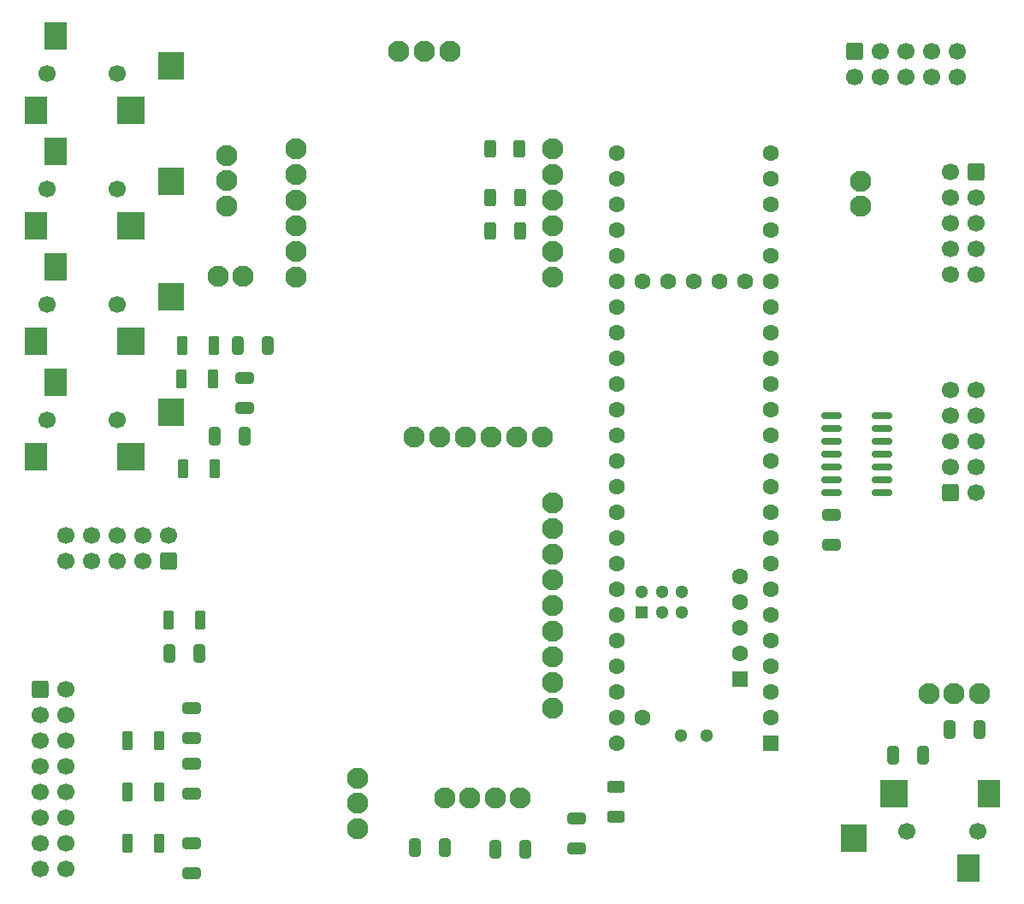
<source format=gbr>
G04 #@! TF.GenerationSoftware,KiCad,Pcbnew,8.0.4*
G04 #@! TF.CreationDate,2024-09-01T18:39:43-04:00*
G04 #@! TF.ProjectId,t41_2_main_board,7434315f-325f-46d6-9169-6e5f626f6172,1.0*
G04 #@! TF.SameCoordinates,Original*
G04 #@! TF.FileFunction,Soldermask,Top*
G04 #@! TF.FilePolarity,Negative*
%FSLAX46Y46*%
G04 Gerber Fmt 4.6, Leading zero omitted, Abs format (unit mm)*
G04 Created by KiCad (PCBNEW 8.0.4) date 2024-09-01 18:39:43*
%MOMM*%
%LPD*%
G01*
G04 APERTURE LIST*
G04 Aperture macros list*
%AMRoundRect*
0 Rectangle with rounded corners*
0 $1 Rounding radius*
0 $2 $3 $4 $5 $6 $7 $8 $9 X,Y pos of 4 corners*
0 Add a 4 corners polygon primitive as box body*
4,1,4,$2,$3,$4,$5,$6,$7,$8,$9,$2,$3,0*
0 Add four circle primitives for the rounded corners*
1,1,$1+$1,$2,$3*
1,1,$1+$1,$4,$5*
1,1,$1+$1,$6,$7*
1,1,$1+$1,$8,$9*
0 Add four rect primitives between the rounded corners*
20,1,$1+$1,$2,$3,$4,$5,0*
20,1,$1+$1,$4,$5,$6,$7,0*
20,1,$1+$1,$6,$7,$8,$9,0*
20,1,$1+$1,$8,$9,$2,$3,0*%
G04 Aperture macros list end*
%ADD10RoundRect,0.250000X-0.625000X0.312500X-0.625000X-0.312500X0.625000X-0.312500X0.625000X0.312500X0*%
%ADD11C,2.100000*%
%ADD12RoundRect,0.250000X-0.650000X0.325000X-0.650000X-0.325000X0.650000X-0.325000X0.650000X0.325000X0*%
%ADD13RoundRect,0.250000X0.275000X0.700000X-0.275000X0.700000X-0.275000X-0.700000X0.275000X-0.700000X0*%
%ADD14RoundRect,0.250000X0.312500X0.625000X-0.312500X0.625000X-0.312500X-0.625000X0.312500X-0.625000X0*%
%ADD15RoundRect,0.250000X-0.325000X-0.650000X0.325000X-0.650000X0.325000X0.650000X-0.325000X0.650000X0*%
%ADD16RoundRect,0.250000X0.325000X0.650000X-0.325000X0.650000X-0.325000X-0.650000X0.325000X-0.650000X0*%
%ADD17RoundRect,0.250000X-0.275000X-0.700000X0.275000X-0.700000X0.275000X0.700000X-0.275000X0.700000X0*%
%ADD18C,1.700000*%
%ADD19R,2.200000X2.800000*%
%ADD20R,2.800000X2.800000*%
%ADD21R,2.600000X2.800000*%
%ADD22RoundRect,0.150000X0.825000X0.150000X-0.825000X0.150000X-0.825000X-0.150000X0.825000X-0.150000X0*%
%ADD23RoundRect,0.250000X0.650000X-0.325000X0.650000X0.325000X-0.650000X0.325000X-0.650000X-0.325000X0*%
%ADD24RoundRect,0.250000X-0.600000X-0.600000X0.600000X-0.600000X0.600000X0.600000X-0.600000X0.600000X0*%
%ADD25R,1.600000X1.600000*%
%ADD26C,1.600000*%
%ADD27R,1.300000X1.300000*%
%ADD28C,1.300000*%
%ADD29RoundRect,0.250000X-0.600000X0.600000X-0.600000X-0.600000X0.600000X-0.600000X0.600000X0.600000X0*%
%ADD30RoundRect,0.250000X0.600000X0.600000X-0.600000X0.600000X-0.600000X-0.600000X0.600000X-0.600000X0*%
%ADD31RoundRect,0.250000X0.600000X-0.600000X0.600000X0.600000X-0.600000X0.600000X-0.600000X-0.600000X0*%
G04 APERTURE END LIST*
D10*
X156997600Y-130492800D03*
X156997600Y-133417800D03*
D11*
X131399400Y-134618400D03*
X131399400Y-132118400D03*
X131399400Y-129618400D03*
D12*
X153086000Y-133588000D03*
X153086000Y-136538000D03*
D13*
X117196000Y-86754000D03*
X114046000Y-86754000D03*
D14*
X147421800Y-67323000D03*
X144496800Y-67323000D03*
D15*
X112749000Y-117234000D03*
X115699000Y-117234000D03*
D16*
X122508000Y-86754000D03*
X119558000Y-86754000D03*
D17*
X108636000Y-136030000D03*
X111786000Y-136030000D03*
D16*
X187366900Y-127343200D03*
X184416900Y-127343200D03*
D17*
X114122000Y-98946000D03*
X117272000Y-98946000D03*
D18*
X100611400Y-71251400D03*
X107611400Y-71251400D03*
D19*
X99511400Y-74951400D03*
D20*
X108911400Y-74951400D03*
D19*
X101511400Y-67551400D03*
D21*
X112911400Y-70501400D03*
D12*
X114986000Y-136030000D03*
X114986000Y-138980000D03*
D13*
X115850000Y-113932000D03*
X112700000Y-113932000D03*
D22*
X183272400Y-101308200D03*
X183272400Y-100038200D03*
X183272400Y-98768200D03*
X183272400Y-97498200D03*
X183272400Y-96228200D03*
X183272400Y-94958200D03*
X183272400Y-93688200D03*
X178322400Y-93688200D03*
X178322400Y-94958200D03*
X178322400Y-96228200D03*
X178322400Y-97498200D03*
X178322400Y-98768200D03*
X178322400Y-100038200D03*
X178322400Y-101308200D03*
D23*
X114986000Y-125616000D03*
X114986000Y-122666000D03*
D18*
X100620000Y-94120000D03*
X107620000Y-94120000D03*
D19*
X99520000Y-97820000D03*
D20*
X108920000Y-97820000D03*
D19*
X101520000Y-90420000D03*
D21*
X112920000Y-93370000D03*
D18*
X192765700Y-134836200D03*
X185765700Y-134836200D03*
D19*
X193865700Y-131136200D03*
D20*
X184465700Y-131136200D03*
D19*
X191865700Y-138536200D03*
D21*
X180465700Y-135586200D03*
D14*
X147476600Y-75400200D03*
X144551600Y-75400200D03*
D15*
X137087600Y-136492200D03*
X140037600Y-136492200D03*
D18*
X100611400Y-59821400D03*
X107611400Y-59821400D03*
D19*
X99511400Y-63521400D03*
D20*
X108911400Y-63521400D03*
D19*
X101511400Y-56121400D03*
D21*
X112911400Y-59071400D03*
D11*
X125323800Y-67348400D03*
X125323800Y-69888400D03*
X125323800Y-72428400D03*
X125323800Y-74968400D03*
X125323800Y-77508400D03*
X125323800Y-80048400D03*
X150723800Y-80048400D03*
X150723800Y-77508400D03*
X150723800Y-74968400D03*
X150723800Y-72428400D03*
X150723800Y-69888400D03*
X150723800Y-67348400D03*
X140563800Y-57696400D03*
X138023800Y-57696400D03*
X135483800Y-57696400D03*
D16*
X192940400Y-124803200D03*
X189990400Y-124803200D03*
X120222000Y-95771000D03*
X117272000Y-95771000D03*
D18*
X100611400Y-82681400D03*
X107611400Y-82681400D03*
D19*
X99511400Y-86381400D03*
D20*
X108911400Y-86381400D03*
D19*
X101511400Y-78981400D03*
D21*
X112911400Y-81931400D03*
D13*
X117120000Y-90056000D03*
X113970000Y-90056000D03*
D11*
X139988800Y-131564600D03*
X142488800Y-131564600D03*
X144988800Y-131564600D03*
X147488800Y-131564600D03*
D17*
X108585000Y-125870000D03*
X111735000Y-125870000D03*
D23*
X120193000Y-92977000D03*
X120193000Y-90027000D03*
D14*
X147476600Y-72123600D03*
X144551600Y-72123600D03*
D11*
X181148000Y-70496600D03*
X181148000Y-72996600D03*
X118415000Y-72958000D03*
X118415000Y-70458000D03*
X118415000Y-67958000D03*
D23*
X114986000Y-131106000D03*
X114986000Y-128156000D03*
D24*
X100000000Y-120790000D03*
D18*
X102540000Y-120790000D03*
X100000000Y-123330000D03*
X102540000Y-123330000D03*
X100000000Y-125870000D03*
X102540000Y-125870000D03*
X100000000Y-128410000D03*
X102540000Y-128410000D03*
X100000000Y-130950000D03*
X102540000Y-130950000D03*
X100000000Y-133490000D03*
X102540000Y-133490000D03*
X100000000Y-136030000D03*
X102540000Y-136030000D03*
X100000000Y-138570000D03*
X102540000Y-138570000D03*
D25*
X172288400Y-126124000D03*
D26*
X172288400Y-123584000D03*
X172288400Y-121044000D03*
X172288400Y-118504000D03*
X172288400Y-115964000D03*
X172288400Y-113424000D03*
X172288400Y-110884000D03*
X172288400Y-108344000D03*
X172288400Y-105804000D03*
X172288400Y-103264000D03*
X172288400Y-100724000D03*
X172288400Y-98184000D03*
X172288400Y-95644000D03*
X172288400Y-93104000D03*
X172288400Y-90564000D03*
X172288400Y-88024000D03*
X172288400Y-85484000D03*
X172288400Y-82944000D03*
X172288400Y-80404000D03*
X172288400Y-77864000D03*
X172288400Y-75324000D03*
X172288400Y-72784000D03*
X172288400Y-70244000D03*
X172288400Y-67704000D03*
X157048400Y-67704000D03*
X157048400Y-70244000D03*
X157048400Y-72784000D03*
X157048400Y-75324000D03*
X157048400Y-77864000D03*
X157048400Y-80404000D03*
X157048400Y-82944000D03*
X157048400Y-85484000D03*
X157048400Y-88024000D03*
X157048400Y-90564000D03*
X157048400Y-93104000D03*
X157048400Y-95644000D03*
X157048400Y-98184000D03*
X157048400Y-100724000D03*
X157048400Y-103264000D03*
X157048400Y-105804000D03*
X157048400Y-108344000D03*
X157048400Y-110884000D03*
X157048400Y-113424000D03*
X157048400Y-115964000D03*
X157048400Y-118504000D03*
X157048400Y-121044000D03*
X157048400Y-123584000D03*
X157048400Y-126124000D03*
X159588400Y-123584000D03*
X169748400Y-80404000D03*
X167208400Y-80404000D03*
X164668400Y-80404000D03*
X162128400Y-80404000D03*
X159588400Y-80404000D03*
D25*
X169237600Y-119824800D03*
D26*
X169237600Y-117284800D03*
X169237600Y-114744800D03*
X169237600Y-112204800D03*
X169237600Y-109664800D03*
D27*
X159486800Y-113154000D03*
D28*
X161486800Y-113154000D03*
X163486800Y-113154000D03*
X163486800Y-111154000D03*
X161486800Y-111154000D03*
X159486800Y-111154000D03*
X163398400Y-125394000D03*
X165938400Y-125394000D03*
D16*
X147962400Y-136644600D03*
X145012400Y-136644600D03*
D17*
X108585000Y-130950000D03*
X111735000Y-130950000D03*
D11*
X117551400Y-79946800D03*
X120051400Y-79946800D03*
X150723800Y-122669600D03*
X150723800Y-120129600D03*
X150723800Y-117589600D03*
X150723800Y-115049600D03*
X150723800Y-112509600D03*
X150723800Y-109969600D03*
X150723800Y-107429600D03*
X150723800Y-104889600D03*
X150723800Y-102349600D03*
X149707800Y-95872600D03*
X147167800Y-95872600D03*
X144627800Y-95872600D03*
X142087800Y-95872600D03*
X139547800Y-95872600D03*
X137007800Y-95872600D03*
D12*
X178333600Y-103516200D03*
X178333600Y-106466200D03*
D29*
X180568800Y-57655100D03*
D18*
X180568800Y-60195100D03*
X183108800Y-57655100D03*
X183108800Y-60195100D03*
X185648800Y-57655100D03*
X185648800Y-60195100D03*
X188188800Y-57655100D03*
X188188800Y-60195100D03*
X190728800Y-57655100D03*
X190728800Y-60195100D03*
D24*
X190068400Y-101333600D03*
D18*
X192608400Y-101333600D03*
X190068400Y-98793600D03*
X192608400Y-98793600D03*
X190068400Y-96253600D03*
X192608400Y-96253600D03*
X190068400Y-93713600D03*
X192608400Y-93713600D03*
X190068400Y-91173600D03*
X192608400Y-91173600D03*
D11*
X192942200Y-121247200D03*
X190442200Y-121247200D03*
X187942200Y-121247200D03*
D30*
X192573500Y-69558200D03*
D18*
X190033500Y-69558200D03*
X192573500Y-72098200D03*
X190033500Y-72098200D03*
X192573500Y-74638200D03*
X190033500Y-74638200D03*
X192573500Y-77178200D03*
X190033500Y-77178200D03*
X192573500Y-79718200D03*
X190033500Y-79718200D03*
D31*
X112700000Y-108090000D03*
D18*
X112700000Y-105550000D03*
X110160000Y-108090000D03*
X110160000Y-105550000D03*
X107620000Y-108090000D03*
X107620000Y-105550000D03*
X105080000Y-108090000D03*
X105080000Y-105550000D03*
X102540000Y-108090000D03*
X102540000Y-105550000D03*
M02*

</source>
